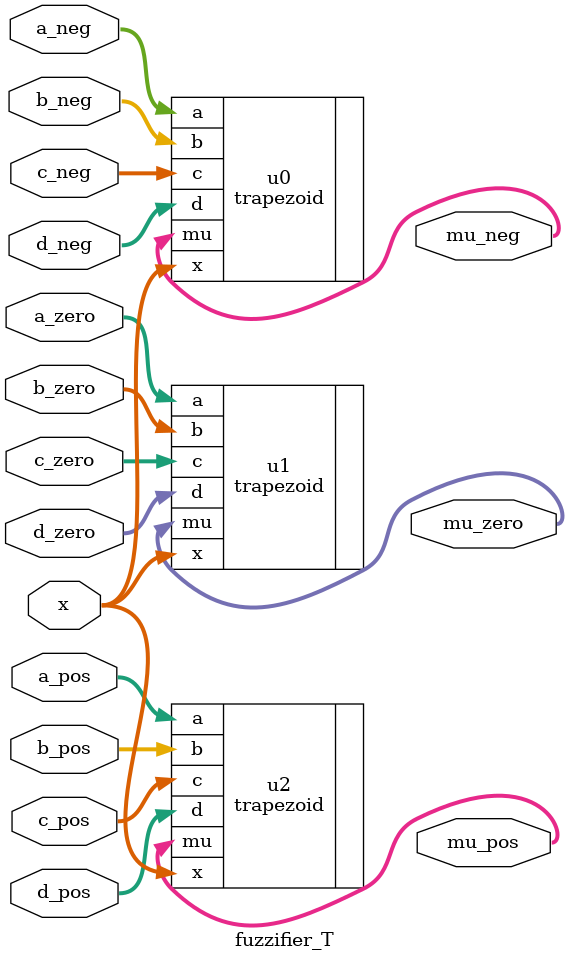
<source format=sv>
module fuzzifier_T(
  input  logic signed [7:0] x,
  input  logic signed [7:0] a_neg,b_neg,c_neg,d_neg,
  input  logic signed [7:0] a_zero,b_zero,c_zero,d_zero,
  input  logic signed [7:0] a_pos,b_pos,c_pos,d_pos,
  output logic [15:0] mu_neg, mu_zero, mu_pos
);
  trapezoid u0 (.x(x), .a(a_neg),  .b(b_neg),  .c(c_neg),  .d(d_neg),  .mu(mu_neg));
  trapezoid u1 (.x(x), .a(a_zero), .b(b_zero), .c(c_zero), .d(d_zero), .mu(mu_zero));
  trapezoid u2 (.x(x), .a(a_pos),  .b(b_pos),  .c(c_pos),  .d(d_pos),  .mu(mu_pos));
endmodule

</source>
